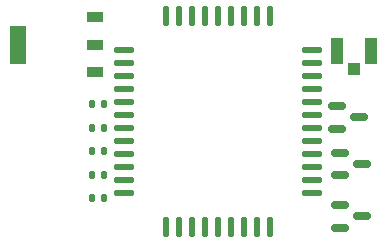
<source format=gbr>
%TF.GenerationSoftware,KiCad,Pcbnew,7.0.6*%
%TF.CreationDate,2024-04-01T13:07:50+03:00*%
%TF.ProjectId,SIM800 GPS Module,53494d38-3030-4204-9750-53204d6f6475,rev?*%
%TF.SameCoordinates,Original*%
%TF.FileFunction,Paste,Top*%
%TF.FilePolarity,Positive*%
%FSLAX46Y46*%
G04 Gerber Fmt 4.6, Leading zero omitted, Abs format (unit mm)*
G04 Created by KiCad (PCBNEW 7.0.6) date 2024-04-01 13:07:50*
%MOMM*%
%LPD*%
G01*
G04 APERTURE LIST*
G04 Aperture macros list*
%AMRoundRect*
0 Rectangle with rounded corners*
0 $1 Rounding radius*
0 $2 $3 $4 $5 $6 $7 $8 $9 X,Y pos of 4 corners*
0 Add a 4 corners polygon primitive as box body*
4,1,4,$2,$3,$4,$5,$6,$7,$8,$9,$2,$3,0*
0 Add four circle primitives for the rounded corners*
1,1,$1+$1,$2,$3*
1,1,$1+$1,$4,$5*
1,1,$1+$1,$6,$7*
1,1,$1+$1,$8,$9*
0 Add four rect primitives between the rounded corners*
20,1,$1+$1,$2,$3,$4,$5,0*
20,1,$1+$1,$4,$5,$6,$7,0*
20,1,$1+$1,$6,$7,$8,$9,0*
20,1,$1+$1,$8,$9,$2,$3,0*%
G04 Aperture macros list end*
%ADD10R,1.473200X0.914400*%
%ADD11R,1.473200X3.200400*%
%ADD12O,0.550000X1.800000*%
%ADD13O,1.800000X0.550000*%
%ADD14RoundRect,0.135000X-0.135000X-0.185000X0.135000X-0.185000X0.135000X0.185000X-0.135000X0.185000X0*%
%ADD15RoundRect,0.150000X-0.587500X-0.150000X0.587500X-0.150000X0.587500X0.150000X-0.587500X0.150000X0*%
%ADD16R,1.000000X1.050000*%
%ADD17R,1.050000X2.200000*%
G04 APERTURE END LIST*
D10*
%TO.C,U2*%
X128485900Y-81992500D03*
X128485900Y-79692500D03*
X128485900Y-77392500D03*
D11*
X121958100Y-79692500D03*
%TD*%
D12*
%TO.C,U1*%
X137800000Y-95100000D03*
D13*
X146850000Y-90050000D03*
X130950000Y-91150000D03*
D12*
X136700000Y-95100000D03*
X135600000Y-77300000D03*
D13*
X146850000Y-85650000D03*
D12*
X138900000Y-95100000D03*
D13*
X146850000Y-80150000D03*
X130950000Y-83450000D03*
X130950000Y-85650000D03*
D12*
X138900000Y-77300000D03*
X134500000Y-77300000D03*
X140000000Y-95100000D03*
D13*
X146850000Y-92250000D03*
X146850000Y-81250000D03*
X130950000Y-92250000D03*
D12*
X141100000Y-95100000D03*
X137800000Y-77300000D03*
X135600000Y-95100000D03*
X143300000Y-95100000D03*
D13*
X146850000Y-88950000D03*
X130950000Y-88950000D03*
X130950000Y-86750000D03*
X130950000Y-80150000D03*
D12*
X142200000Y-77300000D03*
X136700000Y-77300000D03*
D13*
X146850000Y-82350000D03*
D12*
X143300000Y-77300000D03*
D13*
X130950000Y-82350000D03*
D12*
X134500000Y-95100000D03*
D13*
X130950000Y-90050000D03*
X146850000Y-83450000D03*
X130950000Y-81250000D03*
X146850000Y-84550000D03*
D12*
X142200000Y-95100000D03*
D13*
X146850000Y-87850000D03*
X146850000Y-91150000D03*
X130950000Y-84550000D03*
X130950000Y-87850000D03*
D12*
X141100000Y-77300000D03*
X140000000Y-77300000D03*
D13*
X146850000Y-86750000D03*
%TD*%
D14*
%TO.C,R10*%
X128266000Y-92710000D03*
X129286000Y-92710000D03*
%TD*%
%TO.C,R9*%
X128266000Y-90720000D03*
X129286000Y-90720000D03*
%TD*%
%TO.C,R8*%
X128266000Y-88730000D03*
X129286000Y-88730000D03*
%TD*%
%TO.C,R7*%
X128266000Y-86740000D03*
X129286000Y-86740000D03*
%TD*%
%TO.C,R3*%
X128266000Y-84750000D03*
X129286000Y-84750000D03*
%TD*%
D15*
%TO.C,Q3*%
X149255000Y-93284000D03*
X149255000Y-95184000D03*
X151130000Y-94234000D03*
%TD*%
%TO.C,Q2*%
X149255000Y-88834000D03*
X149255000Y-90734000D03*
X151130000Y-89784000D03*
%TD*%
%TO.C,Q1*%
X149001000Y-84902000D03*
X149001000Y-86802000D03*
X150876000Y-85852000D03*
%TD*%
D16*
%TO.C,J1*%
X150417000Y-81725000D03*
D17*
X148942000Y-80200000D03*
X151892000Y-80200000D03*
%TD*%
M02*

</source>
